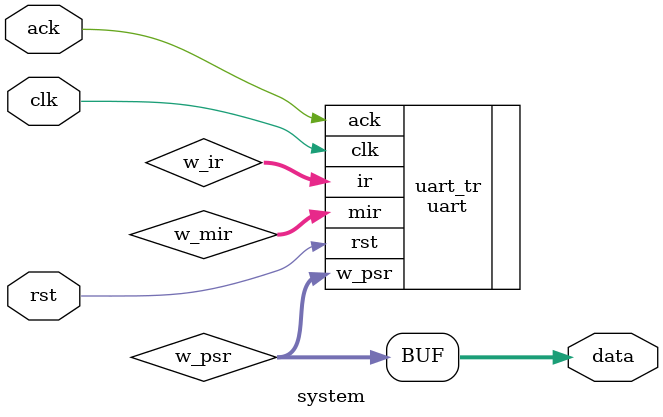
<source format=v>


/*#
# SharkBoad
# Copyright (C) 2012 Bogotá, Colombia
#
# This program is free software: you can redistribute it and/or modify
# it under the terms of the GNU General Public License as published by
# the Free Software Foundation, version 3 of the License.
#
# This program is distributed in the hope that it will be useful,
# but WITHOUT ANY WARRANTY; without even the implied warranty of
# MERCHANTABILITY or FITNESS FOR A PARTICULAR PURPOSE.  See the
# GNU General Public License for more details.
#
# You should have received a copy of the GNU General Public License
# along with this program.  If not, see <http://www.gnu.org/licenses/>.
#*/

module system
#(parameter	clk_freq	= 50000000) 
(
	input		clk, rst,ack,
	output	[3:0]	data

);
/*Declaración de cables*/
wire [31:0] w_ir;// Instructión register
wire [40:0] w_mir;// Vicrocode instruction register
wire [3:0]  w_psr;// Vector que contiene los Condition Codes (flags)
wire [31:0] w_data_mm,// bus que lleva datos de la Main memory al datpath
	    w_bus_a,//Bus A del datapath que sirve como address de la MM
	    w_bus_b;//Bus B del datapath en el que se envian datos a la MM


/*Decaración demódulos*/

	//Control section: Esté módulo cnntrola la operación del datapath. Contiene toda la lógica que permite decidir 		los pasos a seguir para llevar a cabo la intrucciónes de la Main Memory. 
	uart uart_tr(
	.rst(rst),
	.clk(clk),
	.ack(ack),
	.ir(w_ir),
	.w_psr(w_psr),
	.mir(w_mir)
	);




assign data=w_psr;
endmodule

</source>
